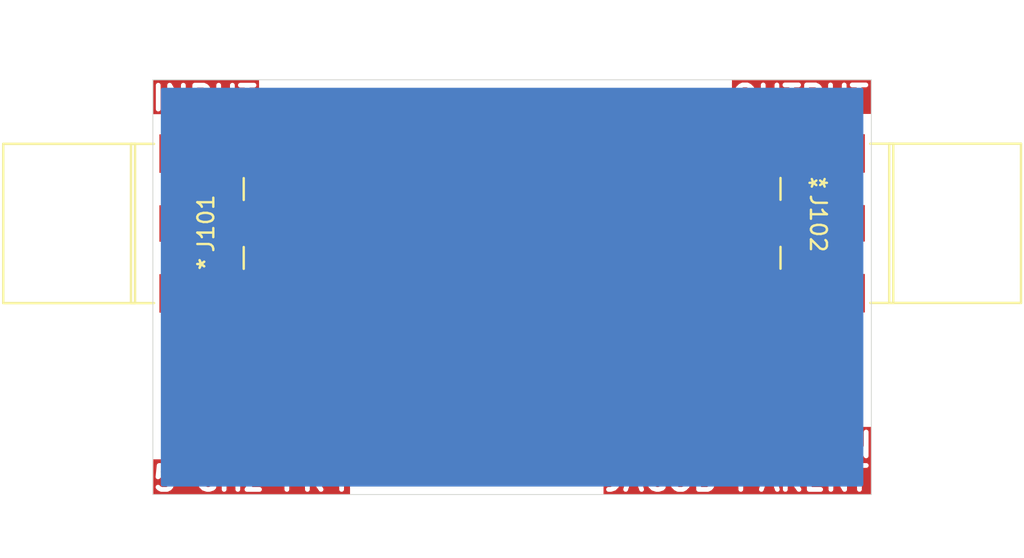
<source format=kicad_pcb>
(kicad_pcb (version 20241229) (generator "pcbnew") (generator_version "9.0")
  (layers (0 "F.Cu" signal) (2 "B.Cu" signal) (13 "F.Paste" user) (15 "B.Paste" user) (5 "F.SilkS" user "F.Silkscreen") (7 "B.SilkS" user "B.Silkscreen") (1 "F.Mask" user) (3 "B.Mask" user) (25 "Edge.Cuts" user))
  (net 0 "")
  (net 1 "Net-(J101-Pad1)")
  (net 2 "GND")
  (footprint "footprints:CONN_73251-1150_MOL" (layer "F.Cu") (at 145.6616 64.01 90)
    (property "Reference" "J101" (at 0 1.1684 90) (layer "F.SilkS"))
    (property "Value" "732511150")
    (fp_line (start 4.9911 -11.5316) (end -4.9911 -11.5316) (stroke (width 0.1524)) (layer "F.SilkS"))
    (fp_line (start -4.9911 -11.5316) (end -4.9911 -3.2766) (stroke (width 0.1524)) (layer "F.SilkS"))
    (fp_line (start 4.9911 -3.5306) (end -4.9911 -3.5306) (stroke (width 0.1524)) (layer "F.SilkS"))
    (fp_line (start -4.9911 -3.5306) (end -4.9911 -2.08534) (stroke (width 0.1524)) (layer "F.SilkS"))
    (fp_line (start 4.9911 -3.2766) (end 4.9911 -11.5316) (stroke (width 0.1524)) (layer "F.SilkS"))
    (fp_line (start -4.9911 -3.2766) (end 4.9911 -3.2766) (stroke (width 0.1524)) (layer "F.SilkS"))
    (fp_line (start 4.9911 -2.08534) (end 4.9911 -3.5306) (stroke (width 0.1524)) (layer "F.SilkS"))
    (fp_line (start 1.47574 3.5306) (end 2.84226 3.5306) (stroke (width 0.1524)) (layer "F.SilkS"))
    (fp_line (start -2.84226 3.5306) (end -1.47574 3.5306) (stroke (width 0.1524)) (layer "F.SilkS"))
    (fp_text user "*" (at -2.54 1.1684 90) (layer "F.SilkS"))
    (fp_text user "*" (at -2.54 1.1684 90) (layer "F.SilkS"))
    (pad "1" smd rect (at 0 1.1684 90) (size 2.286 5.842) (layers "F.Cu" "F.Mask" "F.Paste") (net 1 "Net-(J101-Pad1)"))
    (pad "2" smd rect (at -4.3815 1.1684 90) (size 2.413 5.842) (layers "F.Cu" "F.Mask" "F.Paste") (net 2 "GND"))
    (pad "3" smd rect (at 4.3815 1.1684 90) (size 2.413 5.842) (layers "F.Cu" "F.Mask" "F.Paste") (net 2 "GND"))
  )
  (footprint "footprints:CONN_73251-1150_MOL" (layer "F.Cu") (at 186.3424 64 -90)
    (property "Reference" "J102" (at 0 1.1684 270) (layer "F.SilkS"))
    (property "Value" "732511150")
    (fp_line (start -2.84226 3.5306) (end -1.47574 3.5306) (stroke (width 0.1524)) (layer "F.SilkS"))
    (fp_line (start 1.47574 3.5306) (end 2.84226 3.5306) (stroke (width 0.1524)) (layer "F.SilkS"))
    (fp_line (start 4.9911 -2.08534) (end 4.9911 -3.5306) (stroke (width 0.1524)) (layer "F.SilkS"))
    (fp_line (start -4.9911 -3.2766) (end 4.9911 -3.2766) (stroke (width 0.1524)) (layer "F.SilkS"))
    (fp_line (start 4.9911 -3.2766) (end 4.9911 -11.5316) (stroke (width 0.1524)) (layer "F.SilkS"))
    (fp_line (start -4.9911 -3.5306) (end -4.9911 -2.08534) (stroke (width 0.1524)) (layer "F.SilkS"))
    (fp_line (start 4.9911 -3.5306) (end -4.9911 -3.5306) (stroke (width 0.1524)) (layer "F.SilkS"))
    (fp_line (start -4.9911 -11.5316) (end -4.9911 -3.2766) (stroke (width 0.1524)) (layer "F.SilkS"))
    (fp_line (start 4.9911 -11.5316) (end -4.9911 -11.5316) (stroke (width 0.1524)) (layer "F.SilkS"))
    (fp_text user "*" (at -2.54 1.1684 90) (layer "F.SilkS"))
    (fp_text user "*" (at -2.54 1.1684 270) (layer "F.SilkS"))
    (pad "1" smd rect (at 0 1.1684 270) (size 2.286 5.842) (layers "F.Cu" "F.Mask" "F.Paste") (net 1 "Net-(J101-Pad1)"))
    (pad "2" smd rect (at -4.3815 1.1684 270) (size 2.413 5.842) (layers "F.Cu" "F.Mask" "F.Paste") (net 2 "GND"))
    (pad "3" smd rect (at 4.3815 1.1684 270) (size 2.413 5.842) (layers "F.Cu" "F.Mask" "F.Paste") (net 2 "GND"))
  )
  (gr_line (start 143.5 55) (end 143.5 81) (stroke (width 0.05)) (layer "Edge.Cuts"))
  (gr_line (start 143.5 81) (end 188.5 81) (stroke (width 0.05)) (layer "Edge.Cuts"))
  (gr_line (start 188.5 81) (end 188.5 55) (stroke (width 0.05)) (layer "Edge.Cuts"))
  (gr_line (start 188.5 55) (end 143.5 55) (stroke (width 0.05)) (layer "Edge.Cuts"))
  (gr_text "ETHAN BRYAN" (at 173.121039 78.778987 0) (layer "F.Cu" knockout) (effects (font (size 1.5 1.5) (thickness 0.3) (bold yes)) (justify left bottom)))
  (gr_text "JACOB PARENT" (at 171.629027 80.880314 0) (layer "F.Cu" knockout) (effects (font (size 1.5 1.5) (thickness 0.3) (bold yes)) (justify left bottom)))
  (gr_text "OUTPUT" (at 179.603195 57.023877 0) (layer "F.Cu" knockout) (effects (font (size 1.5 1.5) (thickness 0.3) (bold yes)) (justify left bottom)))
  (gr_text "INPUT" (at 143.283689 57.039795 0) (layer "F.Cu" knockout) (effects (font (size 1.5 1.5) (thickness 0.3) (bold yes)) (justify left bottom)))
  (gr_text "5 GHz FR4" (at 143.339402 80.880614 0) (layer "F.Cu" knockout) (effects (font (size 1.5 1.5) (thickness 0.3) (bold yes)) (justify left bottom)))
  (zone (net 1) (net_name "Net-(J101-Pad1)") (layer "F.Cu") (connect_pads yes (clearance 0.5)) (min_thickness 0.25) (fill yes (thermal_gap 0.5) (thermal_bridge_width 0.5))
    (polygon (pts (xy 161.71 65.36) (xy 161.71 62.64) (xy 182.26 62.64) (xy 182.26 65.36)))
  )
  (zone (net 1) (net_name "Net-(J101-Pad1)") (layer "F.Cu") (priority 1) (connect_pads yes (clearance 0.5)) (min_thickness 0.25) (fill yes (thermal_gap 0.5) (thermal_bridge_width 0.5))
    (polygon (pts (xy 161.71 62.64) (xy 161.71 65.36) (xy 149.75 65.36) (xy 149.75 62.64)))
  )
  (zone (net 1) (net_name "Net-(J101-Pad1)") (layer "F.Cu") (priority 1) (connect_pads (clearance 0.5)) (min_thickness 0.25) (fill yes (thermal_gap 0.5) (thermal_bridge_width 0.5))
    (polygon (pts (xy 160.35 65.36) (xy 163.07 65.36) (xy 163.07 77.32) (xy 160.35 77.32)))
  )
  (zone (net 2) (net_name "GND") (layer "B.Cu") (priority 2) (connect_pads yes (clearance 0.5)) (min_thickness 0.25) (fill yes (thermal_gap 0.5) (thermal_bridge_width 0.5))
    (polygon (pts (xy 140 50) (xy 195 50) (xy 195 85) (xy 140 85)))
  )
)
</source>
